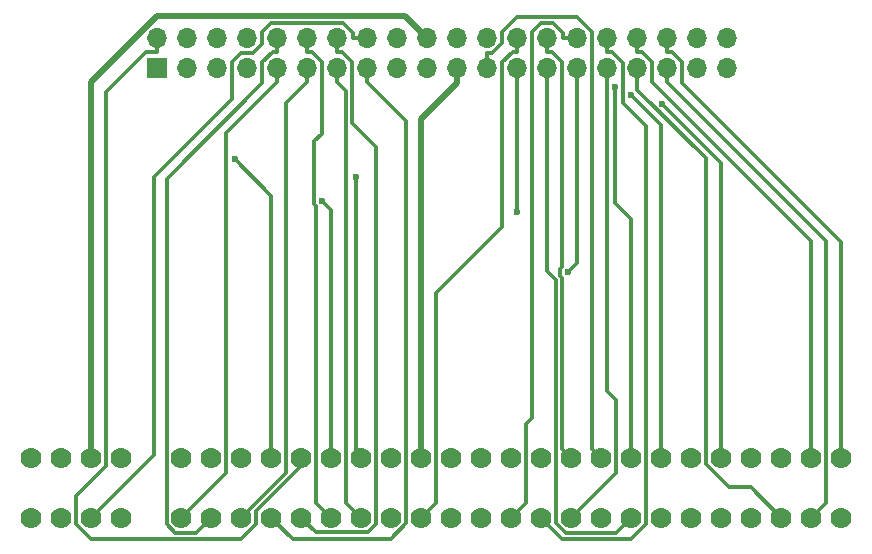
<source format=gbr>
%TF.GenerationSoftware,KiCad,Pcbnew,8.0.5*%
%TF.CreationDate,2024-10-04T15:37:23-04:00*%
%TF.ProjectId,ZX Spectrum Adapter,5a582053-7065-4637-9472-756d20416461,rev?*%
%TF.SameCoordinates,Original*%
%TF.FileFunction,Copper,L2,Bot*%
%TF.FilePolarity,Positive*%
%FSLAX46Y46*%
G04 Gerber Fmt 4.6, Leading zero omitted, Abs format (unit mm)*
G04 Created by KiCad (PCBNEW 8.0.5) date 2024-10-04 15:37:23*
%MOMM*%
%LPD*%
G01*
G04 APERTURE LIST*
%TA.AperFunction,ComponentPad*%
%ADD10R,1.700000X1.700000*%
%TD*%
%TA.AperFunction,ComponentPad*%
%ADD11O,1.700000X1.700000*%
%TD*%
%TA.AperFunction,ComponentPad*%
%ADD12C,1.778000*%
%TD*%
%TA.AperFunction,ViaPad*%
%ADD13C,0.600000*%
%TD*%
%TA.AperFunction,Conductor*%
%ADD14C,0.300000*%
%TD*%
%TA.AperFunction,Conductor*%
%ADD15C,0.500000*%
%TD*%
G04 APERTURE END LIST*
D10*
%TO.P,J1,1,Pin_1*%
%TO.N,/Z80_A0*%
X76708000Y-91440000D03*
D11*
%TO.P,J1,2,Pin_2*%
%TO.N,/Z80_A1*%
X76708000Y-88900000D03*
%TO.P,J1,3,Pin_3*%
%TO.N,/Z80_A2*%
X79248000Y-91440000D03*
%TO.P,J1,4,Pin_4*%
%TO.N,/Z80_A3*%
X79248000Y-88900000D03*
%TO.P,J1,5,Pin_5*%
%TO.N,/Z80_A4*%
X81788000Y-91440000D03*
%TO.P,J1,6,Pin_6*%
%TO.N,/Z80_A5*%
X81788000Y-88900000D03*
%TO.P,J1,7,Pin_7*%
%TO.N,/Z80_A6*%
X84328000Y-91440000D03*
%TO.P,J1,8,Pin_8*%
%TO.N,/Z80_A7*%
X84328000Y-88900000D03*
%TO.P,J1,9,Pin_9*%
%TO.N,/Z80_D0*%
X86868000Y-91440000D03*
%TO.P,J1,10,Pin_10*%
%TO.N,/Z80_D1*%
X86868000Y-88900000D03*
%TO.P,J1,11,Pin_11*%
%TO.N,/Z80_D2*%
X89408000Y-91440000D03*
%TO.P,J1,12,Pin_12*%
%TO.N,/Z80_D3*%
X89408000Y-88900000D03*
%TO.P,J1,13,Pin_13*%
%TO.N,/Z80_D4*%
X91948000Y-91440000D03*
%TO.P,J1,14,Pin_14*%
%TO.N,/Z80_D5*%
X91948000Y-88900000D03*
%TO.P,J1,15,Pin_15*%
%TO.N,/Z80_D6*%
X94488000Y-91440000D03*
%TO.P,J1,16,Pin_16*%
%TO.N,/Z80_D7*%
X94488000Y-88900000D03*
%TO.P,J1,17,Pin_17*%
%TO.N,/SPARE1*%
X97028000Y-91440000D03*
%TO.P,J1,18,Pin_18*%
%TO.N,/SPARE2*%
X97028000Y-88900000D03*
%TO.P,J1,19,Pin_19*%
%TO.N,/SPARE3*%
X99568000Y-91440000D03*
%TO.P,J1,20,Pin_20*%
%TO.N,/5V*%
X99568000Y-88900000D03*
%TO.P,J1,21,Pin_21*%
%TO.N,/GND*%
X102108000Y-91440000D03*
%TO.P,J1,22,Pin_22*%
%TO.N,/SPARE4*%
X102108000Y-88900000D03*
%TO.P,J1,23,Pin_23*%
%TO.N,/RESET*%
X104648000Y-91440000D03*
%TO.P,J1,24,Pin_24*%
%TO.N,/BUSACK*%
X104648000Y-88900000D03*
%TO.P,J1,25,Pin_25*%
%TO.N,/ROMCS*%
X107188000Y-91440000D03*
%TO.P,J1,26,Pin_26*%
%TO.N,/NMI*%
X107188000Y-88900000D03*
%TO.P,J1,27,Pin_27*%
%TO.N,/WAIT*%
X109728000Y-91440000D03*
%TO.P,J1,28,Pin_28*%
%TO.N,/BUSRQ*%
X109728000Y-88900000D03*
%TO.P,J1,29,Pin_29*%
%TO.N,/MEMRQ*%
X112268000Y-91440000D03*
%TO.P,J1,30,Pin_30*%
%TO.N,/IORQ*%
X112268000Y-88900000D03*
%TO.P,J1,31,Pin_31*%
%TO.N,/RW*%
X114808000Y-91440000D03*
%TO.P,J1,32,Pin_32*%
%TO.N,/RD*%
X114808000Y-88900000D03*
%TO.P,J1,33,Pin_33*%
%TO.N,/Z80_A8*%
X117348000Y-91440000D03*
%TO.P,J1,34,Pin_34*%
%TO.N,/Z80_A9*%
X117348000Y-88900000D03*
%TO.P,J1,35,Pin_35*%
%TO.N,/Z80_A10*%
X119888000Y-91440000D03*
%TO.P,J1,36,Pin_36*%
%TO.N,/Z80_A11*%
X119888000Y-88900000D03*
%TO.P,J1,37,Pin_37*%
%TO.N,/Z80_A12*%
X122428000Y-91440000D03*
%TO.P,J1,38,Pin_38*%
%TO.N,/Z80_A13*%
X122428000Y-88900000D03*
%TO.P,J1,39,Pin_39*%
%TO.N,/Z80_A14*%
X124968000Y-91440000D03*
%TO.P,J1,40,Pin_40*%
%TO.N,/Z80_A15*%
X124968000Y-88900000D03*
%TD*%
D12*
%TO.P,J2,A1,A14*%
%TO.N,/Z80_A14*%
X66040000Y-124460000D03*
%TO.P,J2,A2,A12*%
%TO.N,/Z80_A12*%
X68580000Y-124460000D03*
%TO.P,J2,A3,+5Vcc*%
%TO.N,/5V*%
X71120000Y-124460000D03*
%TO.P,J2,A4,+9Vcc*%
%TO.N,unconnected-(J2-+9Vcc-PadA4)*%
X73660000Y-124460000D03*
%TO.P,J2,A6,GND*%
%TO.N,/GND*%
X78740000Y-124460000D03*
%TO.P,J2,A7,GND*%
X81280000Y-124460000D03*
%TO.P,J2,A8,CLOCK*%
%TO.N,unconnected-(J2-CLOCK-PadA8)*%
X83820000Y-124460000D03*
%TO.P,J2,A9,A0*%
%TO.N,/Z80_A0*%
X86360000Y-124460000D03*
%TO.P,J2,A10,A1*%
%TO.N,/Z80_A1*%
X88900000Y-124460000D03*
%TO.P,J2,A11,A2*%
%TO.N,/Z80_A2*%
X91440000Y-124460000D03*
%TO.P,J2,A12,A3*%
%TO.N,/Z80_A3*%
X93980000Y-124460000D03*
%TO.P,J2,A13,IORQGE*%
%TO.N,unconnected-(J2-IORQGE-PadA13)*%
X96520000Y-124460000D03*
%TO.P,J2,A14,GND*%
%TO.N,/GND*%
X99060000Y-124460000D03*
%TO.P,J2,A15,VIDEO*%
%TO.N,unconnected-(J2-VIDEO-PadA15)*%
X101600000Y-124460000D03*
%TO.P,J2,A16,Y*%
%TO.N,unconnected-(J2-Y-PadA16)*%
X104140000Y-124460000D03*
%TO.P,J2,A17,V*%
%TO.N,unconnected-(J2-V-PadA17)*%
X106680000Y-124460000D03*
%TO.P,J2,A18,U*%
%TO.N,unconnected-(J2-U-PadA18)*%
X109220000Y-124460000D03*
%TO.P,J2,A19,BUSRQ*%
%TO.N,/BUSRQ*%
X111760000Y-124460000D03*
%TO.P,J2,A20,~{RESET}*%
%TO.N,/RESET*%
X114300000Y-124460000D03*
%TO.P,J2,A21,A7*%
%TO.N,/Z80_A7*%
X116840000Y-124460000D03*
%TO.P,J2,A22,A6*%
%TO.N,/Z80_A6*%
X119380000Y-124460000D03*
%TO.P,J2,A23,A5*%
%TO.N,/Z80_A5*%
X121920000Y-124460000D03*
%TO.P,J2,A24,A4*%
%TO.N,/Z80_A4*%
X124460000Y-124460000D03*
%TO.P,J2,A25,~{ROMCS}*%
%TO.N,/ROMCS*%
X127000000Y-124460000D03*
%TO.P,J2,A26,BUSACK*%
%TO.N,/BUSACK*%
X129540000Y-124460000D03*
%TO.P,J2,A27,A9*%
%TO.N,/Z80_A9*%
X132080000Y-124460000D03*
%TO.P,J2,A28,A11*%
%TO.N,/Z80_A11*%
X134620000Y-124460000D03*
%TO.P,J2,B1,A15*%
%TO.N,/Z80_A15*%
X66040000Y-129540000D03*
%TO.P,J2,B2,A13*%
%TO.N,/Z80_A13*%
X68580000Y-129540000D03*
%TO.P,J2,B3,D7*%
%TO.N,/Z80_D7*%
X71120000Y-129540000D03*
%TO.P,J2,B4,N/C*%
%TO.N,unconnected-(J2-N{slash}C-PadB4)*%
X73660000Y-129540000D03*
%TO.P,J2,B6,D0*%
%TO.N,/Z80_D0*%
X78740000Y-129540000D03*
%TO.P,J2,B7,D1*%
%TO.N,/Z80_D1*%
X81280000Y-129540000D03*
%TO.P,J2,B8,D2*%
%TO.N,/Z80_D2*%
X83820000Y-129540000D03*
%TO.P,J2,B9,D6*%
%TO.N,/Z80_D6*%
X86360000Y-129540000D03*
%TO.P,J2,B10,D5*%
%TO.N,/Z80_D5*%
X88900000Y-129540000D03*
%TO.P,J2,B11,D3*%
%TO.N,/Z80_D3*%
X91440000Y-129540000D03*
%TO.P,J2,B12,D4*%
%TO.N,/Z80_D4*%
X93980000Y-129540000D03*
%TO.P,J2,B13,~{INT}*%
%TO.N,unconnected-(J2-~{INT}-PadB13)*%
X96520000Y-129540000D03*
%TO.P,J2,B14,~{NMI}*%
%TO.N,/NMI*%
X99060000Y-129540000D03*
%TO.P,J2,B15,HALT*%
%TO.N,unconnected-(J2-HALT-PadB15)*%
X101600000Y-129540000D03*
%TO.P,J2,B16,MREQ*%
%TO.N,/MEMRQ*%
X104140000Y-129540000D03*
%TO.P,J2,B17,IOREQ*%
%TO.N,/IORQ*%
X106680000Y-129540000D03*
%TO.P,J2,B18,RD*%
%TO.N,/RD*%
X109220000Y-129540000D03*
%TO.P,J2,B19,WR*%
%TO.N,/RW*%
X111760000Y-129540000D03*
%TO.P,J2,B20,-5Vcc*%
%TO.N,unconnected-(J2--5Vcc-PadB20)*%
X114300000Y-129540000D03*
%TO.P,J2,B21,WAIT*%
%TO.N,/WAIT*%
X116840000Y-129540000D03*
%TO.P,J2,B22,+12Vcc*%
%TO.N,unconnected-(J2-+12Vcc-PadB22)*%
X119380000Y-129540000D03*
%TO.P,J2,B23,12Vac*%
%TO.N,unconnected-(J2-12Vac-PadB23)*%
X121920000Y-129540000D03*
%TO.P,J2,B24,M1*%
%TO.N,unconnected-(J2-M1-PadB24)*%
X124460000Y-129540000D03*
%TO.P,J2,B25,RFSH*%
%TO.N,unconnected-(J2-RFSH-PadB25)*%
X127000000Y-129540000D03*
%TO.P,J2,B26,A8*%
%TO.N,/Z80_A8*%
X129540000Y-129540000D03*
%TO.P,J2,B27,A10*%
%TO.N,/Z80_A10*%
X132080000Y-129540000D03*
%TO.P,J2,B28,N/C*%
%TO.N,unconnected-(J2-N{slash}C-PadB28)*%
X134620000Y-129540000D03*
%TD*%
D13*
%TO.N,/Z80_A3*%
X93517200Y-100670600D03*
%TO.N,/ROMCS*%
X107188000Y-103634400D03*
%TO.N,/Z80_A2*%
X90632400Y-102716600D03*
%TO.N,/MEMRQ*%
X111466400Y-108779600D03*
%TO.N,/Z80_A0*%
X83256000Y-99189700D03*
%TO.N,/Z80_A4*%
X119480900Y-94522700D03*
%TO.N,/Z80_A6*%
X116827800Y-93752800D03*
%TO.N,/Z80_A7*%
X115453100Y-93044300D03*
%TD*%
D14*
%TO.N,/Z80_D7*%
X94488000Y-88900000D02*
X93286300Y-88900000D01*
X85598000Y-88448900D02*
X85598000Y-89412100D01*
X85598000Y-89412100D02*
X84771800Y-90238300D01*
X92447300Y-87687500D02*
X86359400Y-87687500D01*
X83058000Y-94085500D02*
X76446100Y-100697400D01*
X76446100Y-100697400D02*
X76446100Y-124213900D01*
X84771800Y-90238300D02*
X83823800Y-90238300D01*
X76446100Y-124213900D02*
X71120000Y-129540000D01*
X83823800Y-90238300D02*
X83058000Y-91004100D01*
X93286300Y-88900000D02*
X93286300Y-88526500D01*
X83058000Y-91004100D02*
X83058000Y-94085500D01*
X93286300Y-88526500D02*
X92447300Y-87687500D01*
X86359400Y-87687500D02*
X85598000Y-88448900D01*
%TO.N,/Z80_D5*%
X90147800Y-130787800D02*
X88900000Y-129540000D01*
X95250000Y-98123900D02*
X95250000Y-130055800D01*
X93218000Y-90998200D02*
X93218000Y-96091900D01*
X93218000Y-96091900D02*
X95250000Y-98123900D01*
X92321500Y-90101700D02*
X93218000Y-90998200D01*
X91948000Y-90101700D02*
X92321500Y-90101700D01*
X95250000Y-130055800D02*
X94518000Y-130787800D01*
X94518000Y-130787800D02*
X90147800Y-130787800D01*
X91948000Y-88900000D02*
X91948000Y-90101700D01*
D15*
%TO.N,/GND*%
X102108000Y-91440000D02*
X102108000Y-92741700D01*
X99060000Y-95789700D02*
X99060000Y-124460000D01*
X102108000Y-92741700D02*
X99060000Y-95789700D01*
D14*
%TO.N,/NMI*%
X99060000Y-129540000D02*
X100330000Y-128270000D01*
X107188000Y-88900000D02*
X107188000Y-90101700D01*
X100330000Y-128270000D02*
X100330000Y-110491600D01*
X105918000Y-90998200D02*
X106814500Y-90101700D01*
X105918000Y-104903600D02*
X105918000Y-90998200D01*
X106814500Y-90101700D02*
X107188000Y-90101700D01*
X100330000Y-110491600D02*
X105918000Y-104903600D01*
%TO.N,/Z80_A3*%
X93980000Y-124460000D02*
X93517200Y-123997200D01*
X93517200Y-123997200D02*
X93517200Y-100670600D01*
%TO.N,/RW*%
X114808000Y-92641700D02*
X114801400Y-92648300D01*
X114801400Y-118782800D02*
X115568500Y-119549900D01*
X115568500Y-119549900D02*
X115568500Y-125731500D01*
X114808000Y-91440000D02*
X114808000Y-92641700D01*
X115568500Y-125731500D02*
X111760000Y-129540000D01*
X114801400Y-92648300D02*
X114801400Y-118782800D01*
%TO.N,/Z80_A10*%
X119888000Y-91440000D02*
X119888000Y-92641700D01*
X133350000Y-106103700D02*
X119888000Y-92641700D01*
X133350000Y-128270000D02*
X133350000Y-106103700D01*
X132080000Y-129540000D02*
X133350000Y-128270000D01*
%TO.N,/ROMCS*%
X107188000Y-103634400D02*
X107188000Y-91440000D01*
%TO.N,/Z80_A2*%
X91440000Y-103524200D02*
X90632400Y-102716600D01*
X91440000Y-124460000D02*
X91440000Y-103524200D01*
%TO.N,/Z80_A11*%
X134620000Y-124460000D02*
X134620000Y-106248000D01*
X119888000Y-88900000D02*
X119888000Y-90101700D01*
X134620000Y-106248000D02*
X121158100Y-92786100D01*
X121158100Y-90998300D02*
X120261500Y-90101700D01*
X120261500Y-90101700D02*
X119888000Y-90101700D01*
X121158100Y-92786100D02*
X121158100Y-90998300D01*
%TO.N,/MEMRQ*%
X112268000Y-91440000D02*
X112268000Y-107978000D01*
X112268000Y-107978000D02*
X111466400Y-108779600D01*
%TO.N,/Z80_A9*%
X117721500Y-90101700D02*
X117348000Y-90101700D01*
X118618000Y-92667000D02*
X118618000Y-90998200D01*
X132080000Y-124460000D02*
X132080000Y-106129000D01*
X132080000Y-106129000D02*
X118618000Y-92667000D01*
X118618000Y-90998200D02*
X117721500Y-90101700D01*
X117348000Y-88900000D02*
X117348000Y-90101700D01*
%TO.N,/Z80_A8*%
X125148300Y-126969200D02*
X126969200Y-126969200D01*
X117348000Y-91440000D02*
X117348000Y-92641700D01*
X117348000Y-93311300D02*
X123160700Y-99124000D01*
X117348000Y-92641700D02*
X117348000Y-93311300D01*
X123160700Y-124981600D02*
X125148300Y-126969200D01*
X126969200Y-126969200D02*
X129540000Y-129540000D01*
X123160700Y-99124000D02*
X123160700Y-124981600D01*
%TO.N,/Z80_D0*%
X86868000Y-91440000D02*
X86868000Y-92641700D01*
X82550000Y-96959700D02*
X82550000Y-125730000D01*
X82550000Y-125730000D02*
X78740000Y-129540000D01*
X86868000Y-92641700D02*
X82550000Y-96959700D01*
%TO.N,/Z80_D2*%
X89408000Y-91440000D02*
X89408000Y-92641700D01*
X87630000Y-125730000D02*
X83820000Y-129540000D01*
X87630000Y-94419700D02*
X87630000Y-125730000D01*
X89408000Y-92641700D02*
X87630000Y-94419700D01*
%TO.N,/RD*%
X116839400Y-131329200D02*
X118108400Y-130060200D01*
X118108400Y-96391900D02*
X116120700Y-94404200D01*
X109220000Y-129540000D02*
X111009200Y-131329200D01*
X115183600Y-90101700D02*
X114808000Y-90101700D01*
X116120700Y-91038800D02*
X115183600Y-90101700D01*
X111009200Y-131329200D02*
X116839400Y-131329200D01*
X118108400Y-130060200D02*
X118108400Y-96391900D01*
X116120700Y-94404200D02*
X116120700Y-91038800D01*
X114808000Y-88900000D02*
X114808000Y-90101700D01*
%TO.N,/Z80_A0*%
X86360000Y-102293700D02*
X83256000Y-99189700D01*
X86360000Y-124460000D02*
X86360000Y-102293700D01*
%TO.N,/BUSRQ*%
X110814700Y-109049400D02*
X110998100Y-109232800D01*
X110998100Y-90998300D02*
X110998100Y-108324800D01*
X110814700Y-108508200D02*
X110814700Y-109049400D01*
X110101500Y-90101700D02*
X110998100Y-90998300D01*
X109728000Y-88900000D02*
X109728000Y-90101700D01*
X110998100Y-109232800D02*
X110998100Y-123698100D01*
X110998100Y-108324800D02*
X110814700Y-108508200D01*
X110998100Y-123698100D02*
X111760000Y-124460000D01*
X109728000Y-90101700D02*
X110101500Y-90101700D01*
%TO.N,/Z80_A4*%
X124460000Y-99501800D02*
X119480900Y-94522700D01*
X124460000Y-124460000D02*
X124460000Y-99501800D01*
%TO.N,/Z80_A6*%
X119380000Y-124460000D02*
X119380000Y-96305000D01*
X119380000Y-96305000D02*
X116827800Y-93752800D01*
D15*
%TO.N,/5V*%
X97708000Y-87040000D02*
X99568000Y-88900000D01*
X76723900Y-87040000D02*
X97708000Y-87040000D01*
X71120000Y-92643900D02*
X76723900Y-87040000D01*
X71120000Y-124460000D02*
X71120000Y-92643900D01*
D14*
%TO.N,/RESET*%
X107197100Y-87144700D02*
X105918000Y-88423800D01*
X113538000Y-88403600D02*
X112279100Y-87144700D01*
X112279100Y-87144700D02*
X107197100Y-87144700D01*
X113538000Y-123698000D02*
X113538000Y-88403600D01*
X105918000Y-89341800D02*
X105021500Y-90238300D01*
X114300000Y-124460000D02*
X113538000Y-123698000D01*
X104648000Y-91440000D02*
X104648000Y-90238300D01*
X105021500Y-90238300D02*
X104648000Y-90238300D01*
X105918000Y-88423800D02*
X105918000Y-89341800D01*
%TO.N,/Z80_D3*%
X89408000Y-88900000D02*
X89408000Y-90101700D01*
X90629700Y-90947900D02*
X90629700Y-97028400D01*
X89783500Y-90101700D02*
X90629700Y-90947900D01*
X90629700Y-97028400D02*
X89980700Y-97677400D01*
X89980700Y-97677400D02*
X89980700Y-102986400D01*
X90170000Y-103175700D02*
X90170000Y-128270000D01*
X90170000Y-128270000D02*
X91440000Y-129540000D01*
X89980700Y-102986400D02*
X90170000Y-103175700D01*
X89408000Y-90101700D02*
X89783500Y-90101700D01*
%TO.N,/Z80_A1*%
X72390000Y-125168000D02*
X72390000Y-93481900D01*
X75770200Y-90101700D02*
X76708000Y-90101700D01*
X76708000Y-88900000D02*
X76708000Y-90101700D01*
X85090000Y-129017500D02*
X85090000Y-130053600D01*
X88900000Y-125207500D02*
X85090000Y-129017500D01*
X72390000Y-93481900D02*
X75770200Y-90101700D01*
X69850000Y-130056800D02*
X69850000Y-127708000D01*
X71126700Y-131333500D02*
X69850000Y-130056800D01*
X85090000Y-130053600D02*
X83810100Y-131333500D01*
X69850000Y-127708000D02*
X72390000Y-125168000D01*
X88900000Y-124460000D02*
X88900000Y-125207500D01*
X83810100Y-131333500D02*
X71126700Y-131333500D01*
%TO.N,/Z80_D6*%
X97790000Y-130036100D02*
X97790000Y-95943700D01*
X86360000Y-129540000D02*
X88175400Y-131355400D01*
X94488000Y-91440000D02*
X94488000Y-92641700D01*
X88175400Y-131355400D02*
X96470700Y-131355400D01*
X96470700Y-131355400D02*
X97790000Y-130036100D01*
X97790000Y-95943700D02*
X94488000Y-92641700D01*
%TO.N,/Z80_D1*%
X77498000Y-130055000D02*
X77498000Y-100886000D01*
X86494500Y-90101700D02*
X86868000Y-90101700D01*
X80013600Y-130806400D02*
X78249400Y-130806400D01*
X81280000Y-129540000D02*
X80013600Y-130806400D01*
X85597900Y-92786100D02*
X85597900Y-90998300D01*
X85597900Y-90998300D02*
X86494500Y-90101700D01*
X78249400Y-130806400D02*
X77498000Y-130055000D01*
X86868000Y-88900000D02*
X86868000Y-90101700D01*
X77498000Y-100886000D02*
X85597900Y-92786100D01*
%TO.N,/Z80_D4*%
X92710000Y-128270000D02*
X93980000Y-129540000D01*
X91948000Y-92641700D02*
X92710000Y-93403700D01*
X92710000Y-93403700D02*
X92710000Y-128270000D01*
X91948000Y-91440000D02*
X91948000Y-92641700D01*
%TO.N,/Z80_A7*%
X115453100Y-102898300D02*
X115453100Y-93044300D01*
X116840000Y-104285200D02*
X115453100Y-102898300D01*
X116840000Y-124460000D02*
X116840000Y-104285200D01*
%TO.N,/IORQ*%
X111066300Y-88526500D02*
X111066300Y-88900000D01*
X109230100Y-87693800D02*
X110233600Y-87693800D01*
X106680000Y-129540000D02*
X107950000Y-128270000D01*
X112268000Y-88900000D02*
X111066300Y-88900000D01*
X108458000Y-88465900D02*
X109230100Y-87693800D01*
X107950000Y-121596100D02*
X108458000Y-121088100D01*
X107950000Y-128270000D02*
X107950000Y-121596100D01*
X108458000Y-121088100D02*
X108458000Y-88465900D01*
X110233600Y-87693800D02*
X111066300Y-88526500D01*
%TO.N,/WAIT*%
X111292900Y-130827500D02*
X115552500Y-130827500D01*
X109728000Y-92641700D02*
X109728000Y-108672100D01*
X109728000Y-108672100D02*
X110490000Y-109434100D01*
X110490000Y-109434100D02*
X110490000Y-130024600D01*
X109728000Y-91440000D02*
X109728000Y-92641700D01*
X115552500Y-130827500D02*
X116840000Y-129540000D01*
X110490000Y-130024600D02*
X111292900Y-130827500D01*
%TD*%
M02*

</source>
